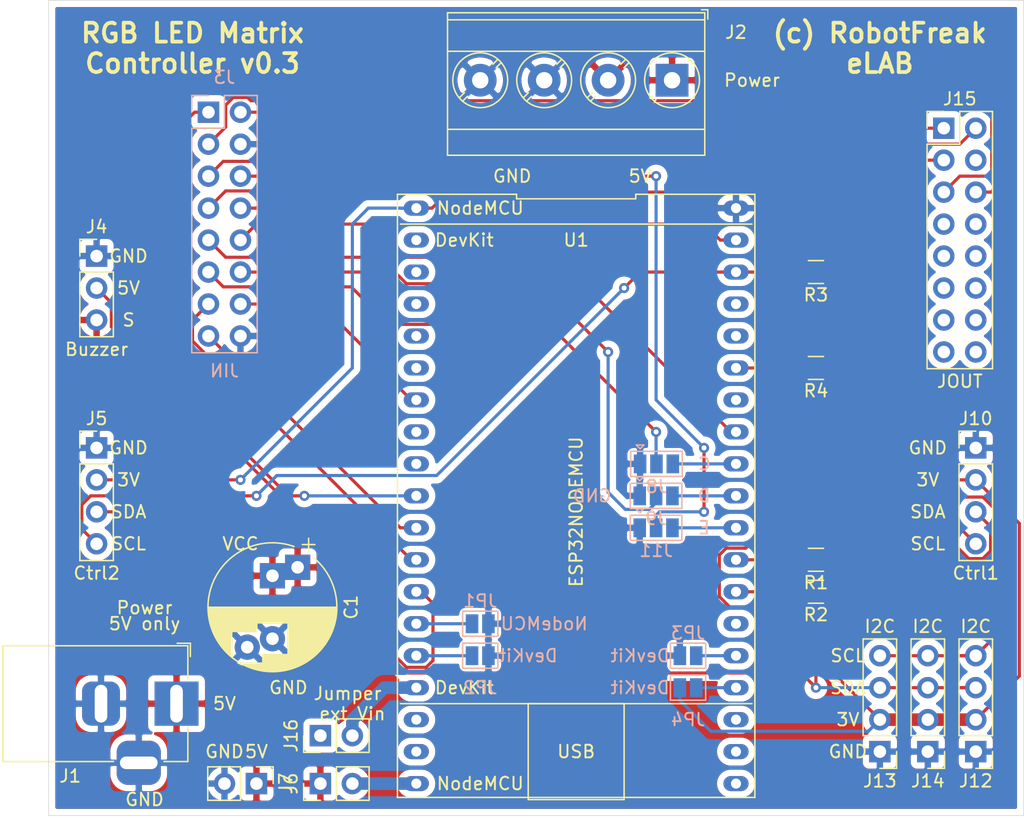
<source format=kicad_pcb>
(kicad_pcb (version 20171130) (host pcbnew 5.1.4-e60b266~84~ubuntu16.04.1)
  (layers (0 F.Cu signal) (31 B.Cu signal) (34 B.Paste user) (35 F.Paste user) (36 B.SilkS user) (37 F.SilkS user) (38 B.Mask user) (39 F.Mask user) (44 Edge.Cuts user))
  (net 0 "")
  (net 1 +5VA)
  (net 2 GND)
  (net 3 "Net-(U1-Pad20)")
  (net 4 "Net-(U1-Pad18)")
  (net 5 "Net-(U1-Pad21)")
  (net 6 "Net-(U1-Pad17)")
  (net 7 "Net-(U1-Pad22)")
  (net 8 "Net-(U1-Pad6)")
  (net 9 "Net-(U1-Pad5)")
  (net 10 "Net-(U1-Pad34)")
  (net 11 "Net-(U1-Pad4)")
  (net 12 "Net-(U1-Pad35)")
  (net 13 "Net-(U1-Pad3)")
  (net 14 "Net-(U1-Pad2)")
  (net 15 /OE)
  (net 16 /LAT)
  (net 17 /CLK)
  (net 18 /D)
  (net 19 /C)
  (net 20 /B)
  (net 21 /A)
  (net 22 /B2)
  (net 23 /G2)
  (net 24 /R2)
  (net 25 /B1)
  (net 26 /G1)
  (net 27 /R1)
  (net 28 "Net-(J11-Pad3)")
  (net 29 /E)
  (net 30 +3V3)
  (net 31 "Net-(U1-Pad25)")
  (net 32 "Net-(J4-Pad2)")
  (net 33 /SCL)
  (net 34 /SDA)
  (net 35 "Net-(J9-Pad3)")
  (net 36 /SCL2)
  (net 37 /SDA2)
  (net 38 "Net-(J15-Pad16)")
  (net 39 "Net-(J15-Pad15)")
  (net 40 "Net-(J15-Pad14)")
  (net 41 "Net-(J15-Pad13)")
  (net 42 "Net-(J15-Pad12)")
  (net 43 "Net-(J15-Pad11)")
  (net 44 "Net-(J15-Pad10)")
  (net 45 "Net-(J15-Pad9)")
  (net 46 "Net-(J15-Pad8)")
  (net 47 "Net-(J15-Pad7)")
  (net 48 "Net-(J15-Pad4)")
  (net 49 "Net-(U1-Pad9)")
  (net 50 "Net-(U1-Pad8)")
  (net 51 "Net-(J6-Pad2)")
  (net 52 "Net-(U1-Pad32)")
  (net 53 /C')
  (net 54 "Net-(J16-Pad2)")
  (net 55 +5V)
  (net 56 "Net-(JP1-Pad2)")
  (net 57 "Net-(JP2-Pad2)")
  (net 58 "Net-(JP3-Pad1)")
  (net 59 "Net-(JP4-Pad1)")
  (module Jumper:SolderJumper-2_P1.3mm_Open_Pad1.0x1.5mm (layer B.Cu) (at 153.67 127 180)
    (fp_text reference JP4 (at 0 -2.54) (layer B.SilkS) (effects (justify mirror)))
    (fp_text value Jumper)
    (pad 1 smd rect (at -0.65 0 180) (size 1 1.5) (layers B.Cu B.Mask) (net 59 "Net-(JP4-Pad1)"))
    (pad 2 smd rect (at 0.65 0 180) (size 1 1.5) (layers B.Cu B.Mask) (net 30 +3V3))
  )
  (module Jumper:SolderJumper-2_P1.3mm_Open_Pad1.0x1.5mm (layer B.Cu) (at 153.67 124.46 180)
    (fp_text reference JP3 (at 0 1.8) (layer B.SilkS) (effects (justify mirror)))
    (fp_text value Jumper)
    (pad 1 smd rect (at -0.65 0 180) (size 1 1.5) (layers B.Cu B.Mask) (net 58 "Net-(JP3-Pad1)"))
    (pad 2 smd rect (at 0.65 0 180) (size 1 1.5) (layers B.Cu B.Mask) (net 2 GND))
  )
  (module Jumper:SolderJumper-2_P1.3mm_Open_Pad1.0x1.5mm (layer B.Cu) (at 137.16 124.46 180)
    (fp_text reference JP2 (at 0 -2.54) (layer B.SilkS) (effects (justify mirror)))
    (fp_text value Jumper)
    (pad 1 smd rect (at -0.65 0 180) (size 1 1.5) (layers B.Cu B.Mask) (net 2 GND))
    (pad 2 smd rect (at 0.65 0 180) (size 1 1.5) (layers B.Cu B.Mask) (net 57 "Net-(JP2-Pad2)"))
  )
  (module Jumper:SolderJumper-2_P1.3mm_Open_Pad1.0x1.5mm (layer B.Cu) (at 137.16 121.92 180)
    (fp_text reference JP1 (at 0 1.8) (layer B.SilkS) (effects (justify mirror)))
    (fp_text value Jumper)
    (pad 1 smd rect (at -0.65 0 180) (size 1 1.5) (layers B.Cu B.Mask) (net 2 GND))
    (pad 2 smd rect (at 0.65 0 180) (size 1 1.5) (layers B.Cu B.Mask) (net 56 "Net-(JP1-Pad2)"))
  )
  (module Connector_PinHeader_2.54mm:PinHeader_1x02_P2.54mm_Vertical (layer F.Cu) (at 124.46 130.81 90)
    (fp_text reference J16 (at 0 -2.33 90) (layer F.SilkS))
    (fp_text value "VIN ext")
    (pad 2 thru_hole oval (at 0 2.54 90) (size 1.7 1.7) (drill 1) (layers *.Cu *.Mask) (net 54 "Net-(J16-Pad2)"))
    (pad 1 thru_hole rect (at 0 0 90) (size 1.7 1.7) (drill 1) (layers *.Cu *.Mask) (net 55 +5V))
  )
  (module Jumper:SolderJumper-3_P1.3mm_Open_Pad1.0x1.5mm (layer B.Cu) (at 151.13 114.3)
    (fp_text reference J11 (at 0 1.8) (layer B.SilkS) (effects (justify mirror)))
    (fp_text value E (at 3.81 0) (layer B.SilkS) (effects (justify mirror)))
    (pad 1 smd rect (at -1.3 0) (size 1 1.5) (layers B.Cu B.Mask) (net 2 GND))
    (pad 2 smd rect (at 0 0) (size 1 1.5) (layers B.Cu B.Mask) (net 29 /E))
    (pad 3 smd rect (at 1.3 0) (size 1 1.5) (layers B.Cu B.Mask) (net 28 "Net-(J11-Pad3)"))
  )
  (module Jumper:SolderJumper-3_P1.3mm_Open_Pad1.0x1.5mm (layer B.Cu) (at 151.13 111.76)
    (fp_text reference J9 (at 0 1.8) (layer B.SilkS) (effects (justify mirror)))
    (fp_text value D (at 3.81 0) (layer B.SilkS) (effects (justify mirror)))
    (pad 1 smd rect (at -1.3 0) (size 1 1.5) (layers B.Cu B.Mask) (net 2 GND))
    (pad 2 smd rect (at 0 0) (size 1 1.5) (layers B.Cu B.Mask) (net 18 /D))
    (pad 3 smd rect (at 1.3 0) (size 1 1.5) (layers B.Cu B.Mask) (net 35 "Net-(J9-Pad3)"))
  )
  (module Jumper:SolderJumper-3_P1.3mm_Open_Pad1.0x1.5mm (layer B.Cu) (at 151.16 109.22)
    (fp_text reference J8 (at 0 1.8) (layer B.SilkS) (effects (justify mirror)))
    (fp_text value C (at 3.81 0) (layer B.SilkS) (effects (justify mirror)))
    (pad 1 smd rect (at -1.3 0) (size 1 1.5) (layers B.Cu B.Mask) (net 2 GND))
    (pad 2 smd rect (at 0 0) (size 1 1.5) (layers B.Cu B.Mask) (net 19 /C))
    (pad 3 smd rect (at 1.3 0) (size 1 1.5) (layers B.Cu B.Mask) (net 53 /C'))
  )
  (module Resistor_SMD:R_1206_3216Metric (layer F.Cu) (at 163.83 101.6 180)
    (fp_text reference R4 (at 0 -1.82) (layer F.SilkS))
    (fp_text value 4k7)
    (pad 2 smd roundrect (at 1.4 0 180) (size 1.25 1.75) (layers F.Cu F.Paste F.Mask) (roundrect_rratio 0.2) (net 34 /SDA))
    (pad 1 smd roundrect (at -1.4 0 180) (size 1.25 1.75) (layers F.Cu F.Paste F.Mask) (roundrect_rratio 0.2) (net 30 +3V3))
  )
  (module esp32-ledmatrix-shield:ESP32-DIP-38_1000_ELL (layer F.Cu) (at 144.78 111.76 270)
    (fp_text reference U1 (at -20.32 0) (layer F.SilkS))
    (fp_text value ESP32NODEMCU (at 1.27 0 90) (layer F.SilkS))
    (pad 19 thru_hole oval (at 22.86 12.7 270) (size 1.2 2) (drill 0.8) (layers *.Cu *.Mask) (net 51 "Net-(J6-Pad2)"))
    (pad 20 thru_hole oval (at 22.86 -12.7 270) (size 1.2 2) (drill 0.8) (layers *.Cu *.Mask) (net 3 "Net-(U1-Pad20)"))
    (pad 18 thru_hole oval (at 20.32 12.7 270) (size 1.2 2) (drill 0.8) (layers *.Cu *.Mask) (net 4 "Net-(U1-Pad18)"))
    (pad 21 thru_hole oval (at 20.32 -12.7 270) (size 1.2 2) (drill 0.8) (layers *.Cu *.Mask) (net 5 "Net-(U1-Pad21)"))
    (pad 17 thru_hole oval (at 17.78 12.7 270) (size 1.2 2) (drill 0.8) (layers *.Cu *.Mask) (net 6 "Net-(U1-Pad17)"))
    (pad 22 thru_hole oval (at 17.78 -12.7 270) (size 1.2 2) (drill 0.8) (layers *.Cu *.Mask) (net 7 "Net-(U1-Pad22)"))
    (pad 16 thru_hole oval (at 15.24 12.7 270) (size 1.2 2) (drill 0.8) (layers *.Cu *.Mask) (net 54 "Net-(J16-Pad2)"))
    (pad 23 thru_hole oval (at 15.24 -12.7 270) (size 1.2 2) (drill 0.8) (layers *.Cu *.Mask) (net 59 "Net-(JP4-Pad1)"))
    (pad 15 thru_hole oval (at 12.7 12.7 270) (size 1.2 2) (drill 0.8) (layers *.Cu *.Mask) (net 57 "Net-(JP2-Pad2)"))
    (pad 24 thru_hole oval (at 12.7 -12.7 270) (size 1.2 2) (drill 0.8) (layers *.Cu *.Mask) (net 58 "Net-(JP3-Pad1)"))
    (pad 14 thru_hole oval (at 10.16 12.7 270) (size 1.2 2) (drill 0.8) (layers *.Cu *.Mask) (net 56 "Net-(JP1-Pad2)"))
    (pad 25 thru_hole oval (at 10.16 -12.7 270) (size 1.2 2) (drill 0.8) (layers *.Cu *.Mask) (net 31 "Net-(U1-Pad25)"))
    (pad 13 thru_hole oval (at 7.62 12.7 270) (size 1.2 2) (drill 0.8) (layers *.Cu *.Mask) (net 32 "Net-(J4-Pad2)"))
    (pad 26 thru_hole oval (at 7.62 -12.7 270) (size 1.2 2) (drill 0.8) (layers *.Cu *.Mask) (net 37 /SDA2))
    (pad 12 thru_hole oval (at 5.08 12.7 270) (size 1.2 2) (drill 0.8) (layers *.Cu *.Mask) (net 17 /CLK))
    (pad 27 thru_hole oval (at 5.08 -12.7 270) (size 1.2 2) (drill 0.8) (layers *.Cu *.Mask) (net 36 /SCL2))
    (pad 11 thru_hole oval (at 2.54 12.7 270) (size 1.2 2) (drill 0.8) (layers *.Cu *.Mask) (net 15 /OE))
    (pad 28 thru_hole oval (at 2.54 -12.7 270) (size 1.2 2) (drill 0.8) (layers *.Cu *.Mask) (net 28 "Net-(J11-Pad3)"))
    (pad 10 thru_hole oval (at 0 12.7 270) (size 1.2 2) (drill 0.8) (layers *.Cu *.Mask) (net 27 /R1))
    (pad 29 thru_hole oval (at 0 -12.7 270) (size 1.2 2) (drill 0.8) (layers *.Cu *.Mask) (net 35 "Net-(J9-Pad3)"))
    (pad 9 thru_hole oval (at -2.54 12.7 270) (size 1.2 2) (drill 0.8) (layers *.Cu *.Mask) (net 49 "Net-(U1-Pad9)"))
    (pad 30 thru_hole oval (at -2.54 -12.7 270) (size 1.2 2) (drill 0.8) (layers *.Cu *.Mask) (net 53 /C'))
    (pad 8 thru_hole oval (at -5.08 12.7 270) (size 1.2 2) (drill 0.8) (layers *.Cu *.Mask) (net 50 "Net-(U1-Pad8)"))
    (pad 31 thru_hole oval (at -5.08 -12.7 270) (size 1.2 2) (drill 0.8) (layers *.Cu *.Mask) (net 21 /A))
    (pad 7 thru_hole oval (at -7.62 12.7 270) (size 1.2 2) (drill 0.8) (layers *.Cu *.Mask) (net 16 /LAT))
    (pad 32 thru_hole oval (at -7.62 -12.7 270) (size 1.2 2) (drill 0.8) (layers *.Cu *.Mask) (net 52 "Net-(U1-Pad32)"))
    (pad 6 thru_hole oval (at -10.16 12.7 270) (size 1.2 2) (drill 0.8) (layers *.Cu *.Mask) (net 8 "Net-(U1-Pad6)"))
    (pad 33 thru_hole oval (at -10.16 -12.7 270) (size 1.2 2) (drill 0.8) (layers *.Cu *.Mask) (net 34 /SDA))
    (pad 5 thru_hole oval (at -12.7 12.7 270) (size 1.2 2) (drill 0.8) (layers *.Cu *.Mask) (net 9 "Net-(U1-Pad5)"))
    (pad 34 thru_hole oval (at -12.7 -12.7 270) (size 1.2 2) (drill 0.8) (layers *.Cu *.Mask) (net 10 "Net-(U1-Pad34)"))
    (pad 4 thru_hole oval (at -15.24 12.7 270) (size 1.2 2) (drill 0.8) (layers *.Cu *.Mask) (net 11 "Net-(U1-Pad4)"))
    (pad 35 thru_hole oval (at -15.24 -12.7 270) (size 1.2 2) (drill 0.8) (layers *.Cu *.Mask) (net 12 "Net-(U1-Pad35)"))
    (pad 3 thru_hole oval (at -17.78 12.7 270) (size 1.2 2) (drill 0.8) (layers *.Cu *.Mask) (net 13 "Net-(U1-Pad3)"))
    (pad 36 thru_hole oval (at -17.78 -12.7 270) (size 1.2 2) (drill 0.8) (layers *.Cu *.Mask) (net 33 /SCL))
    (pad 2 thru_hole oval (at -20.32 12.7 270) (size 1.2 2) (drill 0.8) (layers *.Cu *.Mask) (net 14 "Net-(U1-Pad2)"))
    (pad 37 thru_hole oval (at -20.32 -12.7 270) (size 1.2 2) (drill 0.8) (layers *.Cu *.Mask) (net 20 /B))
    (pad 1 thru_hole oval (at -22.86 12.7 270) (size 1.2 2) (drill 0.8) (layers *.Cu *.Mask) (net 30 +3V3))
    (pad 38 thru_hole oval (at -22.86 -12.7 270) (size 1.2 2) (drill 0.8) (layers *.Cu *.Mask) (net 2 GND))
  )
  (module Connector_PinHeader_2.54mm:PinHeader_1x04_P2.54mm_Vertical (layer F.Cu) (at 172.72 132.08 180)
    (fp_text reference J14 (at 0 -2.33) (layer F.SilkS))
    (fp_text value I2C (at 0 9.95) (layer F.SilkS))
    (pad 4 thru_hole oval (at 0 7.62 180) (size 1.7 1.7) (drill 1) (layers *.Cu *.Mask) (net 33 /SCL))
    (pad 3 thru_hole oval (at 0 5.08 180) (size 1.7 1.7) (drill 1) (layers *.Cu *.Mask) (net 34 /SDA))
    (pad 2 thru_hole oval (at 0 2.54 180) (size 1.7 1.7) (drill 1) (layers *.Cu *.Mask) (net 30 +3V3))
    (pad 1 thru_hole rect (at 0 0 180) (size 1.7 1.7) (drill 1) (layers *.Cu *.Mask) (net 2 GND))
  )
  (module Connector_BarrelJack:BarrelJack_Horizontal (layer F.Cu) (at 113.03 128.27)
    (fp_text reference J1 (at -8.45 5.75) (layer F.SilkS))
    (fp_text value Power (at -2.54 -7.62) (layer F.SilkS))
    (pad 3 thru_hole roundrect (at -3 4.7) (size 3.5 3.5) (drill oval 3 1) (layers *.Cu *.Mask) (net 2 GND))
    (pad 2 thru_hole roundrect (at -6 0) (size 3 3.5) (drill oval 1 3) (layers *.Cu *.Mask) (net 2 GND))
    (pad 1 thru_hole rect (at 0 0) (size 3.5 3.5) (drill oval 1 3) (layers *.Cu *.Mask) (net 1 +5VA))
  )
  (module Connector_PinHeader_2.54mm:PinHeader_1x04_P2.54mm_Vertical (layer F.Cu) (at 168.91 132.08 180)
    (fp_text reference J13 (at 0 -2.33) (layer F.SilkS))
    (fp_text value I2C (at 0 9.95) (layer F.SilkS))
    (pad 4 thru_hole oval (at 0 7.62 180) (size 1.7 1.7) (drill 1) (layers *.Cu *.Mask) (net 33 /SCL))
    (pad 3 thru_hole oval (at 0 5.08 180) (size 1.7 1.7) (drill 1) (layers *.Cu *.Mask) (net 34 /SDA))
    (pad 2 thru_hole oval (at 0 2.54 180) (size 1.7 1.7) (drill 1) (layers *.Cu *.Mask) (net 30 +3V3))
    (pad 1 thru_hole rect (at 0 0 180) (size 1.7 1.7) (drill 1) (layers *.Cu *.Mask) (net 2 GND))
  )
  (module Resistor_SMD:R_1206_3216Metric (layer F.Cu) (at 163.83 93.98 180)
    (fp_text reference R3 (at 0 -1.82) (layer F.SilkS))
    (fp_text value 4k7)
    (pad 2 smd roundrect (at 1.4 0 180) (size 1.25 1.75) (layers F.Cu F.Paste F.Mask) (roundrect_rratio 0.2) (net 33 /SCL))
    (pad 1 smd roundrect (at -1.4 0 180) (size 1.25 1.75) (layers F.Cu F.Paste F.Mask) (roundrect_rratio 0.2) (net 30 +3V3))
  )
  (module Resistor_SMD:R_1206_3216Metric (layer F.Cu) (at 163.83 116.84 180)
    (fp_text reference R1 (at 0 -1.82) (layer F.SilkS))
    (fp_text value 4k7)
    (pad 2 smd roundrect (at 1.4 0 180) (size 1.25 1.75) (layers F.Cu F.Paste F.Mask) (roundrect_rratio 0.2) (net 36 /SCL2))
    (pad 1 smd roundrect (at -1.4 0 180) (size 1.25 1.75) (layers F.Cu F.Paste F.Mask) (roundrect_rratio 0.2) (net 30 +3V3))
  )
  (module Resistor_SMD:R_1206_3216Metric (layer F.Cu) (at 163.83 119.38 180)
    (fp_text reference R2 (at 0 -1.82) (layer F.SilkS))
    (fp_text value 4k7)
    (pad 2 smd roundrect (at 1.4 0 180) (size 1.25 1.75) (layers F.Cu F.Paste F.Mask) (roundrect_rratio 0.2) (net 37 /SDA2))
    (pad 1 smd roundrect (at -1.4 0 180) (size 1.25 1.75) (layers F.Cu F.Paste F.Mask) (roundrect_rratio 0.2) (net 30 +3V3))
  )
  (module Capacitor_THT:CP_Radial_D10.0mm_P5.00mm_P7.50mm (layer F.Cu) (at 120.65 118.11 270)
    (fp_text reference C1 (at 2.5 -6.25 90) (layer F.SilkS))
    (fp_text value CP)
    (pad 2 thru_hole circle (at 5.672144 2 270) (size 2 2) (drill 1) (layers *.Cu *.Mask) (net 2 GND))
    (pad 1 thru_hole rect (at -0.672144 -2 270) (size 2 2) (drill 1) (layers *.Cu *.Mask) (net 1 +5VA))
    (pad 2 thru_hole circle (at 5 0 270) (size 2 2) (drill 1) (layers *.Cu *.Mask) (net 2 GND))
    (pad 1 thru_hole rect (at 0 0 270) (size 2 2) (drill 1) (layers *.Cu *.Mask) (net 1 +5VA))
  )
  (module Connector_PinHeader_2.54mm:PinHeader_2x08_P2.54mm_Vertical (layer F.Cu) (at 173.99 82.55)
    (fp_text reference J15 (at 1.27 -2.33) (layer F.SilkS))
    (fp_text value JOUT (at 1.27 20.11) (layer F.SilkS))
    (pad 16 thru_hole oval (at 2.54 17.78) (size 1.7 1.7) (drill 1) (layers *.Cu *.Mask) (net 38 "Net-(J15-Pad16)"))
    (pad 15 thru_hole oval (at 0 17.78) (size 1.7 1.7) (drill 1) (layers *.Cu *.Mask) (net 39 "Net-(J15-Pad15)"))
    (pad 14 thru_hole oval (at 2.54 15.24) (size 1.7 1.7) (drill 1) (layers *.Cu *.Mask) (net 40 "Net-(J15-Pad14)"))
    (pad 13 thru_hole oval (at 0 15.24) (size 1.7 1.7) (drill 1) (layers *.Cu *.Mask) (net 41 "Net-(J15-Pad13)"))
    (pad 12 thru_hole oval (at 2.54 12.7) (size 1.7 1.7) (drill 1) (layers *.Cu *.Mask) (net 42 "Net-(J15-Pad12)"))
    (pad 11 thru_hole oval (at 0 12.7) (size 1.7 1.7) (drill 1) (layers *.Cu *.Mask) (net 43 "Net-(J15-Pad11)"))
    (pad 10 thru_hole oval (at 2.54 10.16) (size 1.7 1.7) (drill 1) (layers *.Cu *.Mask) (net 44 "Net-(J15-Pad10)"))
    (pad 9 thru_hole oval (at 0 10.16) (size 1.7 1.7) (drill 1) (layers *.Cu *.Mask) (net 45 "Net-(J15-Pad9)"))
    (pad 8 thru_hole oval (at 2.54 7.62) (size 1.7 1.7) (drill 1) (layers *.Cu *.Mask) (net 46 "Net-(J15-Pad8)"))
    (pad 7 thru_hole oval (at 0 7.62) (size 1.7 1.7) (drill 1) (layers *.Cu *.Mask) (net 47 "Net-(J15-Pad7)"))
    (pad 6 thru_hole oval (at 2.54 5.08) (size 1.7 1.7) (drill 1) (layers *.Cu *.Mask) (net 25 /B1))
    (pad 5 thru_hole oval (at 0 5.08) (size 1.7 1.7) (drill 1) (layers *.Cu *.Mask) (net 26 /G1))
    (pad 4 thru_hole oval (at 2.54 2.54) (size 1.7 1.7) (drill 1) (layers *.Cu *.Mask) (net 48 "Net-(J15-Pad4)"))
    (pad 3 thru_hole oval (at 0 2.54) (size 1.7 1.7) (drill 1) (layers *.Cu *.Mask) (net 22 /B2))
    (pad 2 thru_hole oval (at 2.54 0) (size 1.7 1.7) (drill 1) (layers *.Cu *.Mask) (net 23 /G2))
    (pad 1 thru_hole rect (at 0 0) (size 1.7 1.7) (drill 1) (layers *.Cu *.Mask) (net 24 /R2))
  )
  (module Connector_PinHeader_2.54mm:PinHeader_1x04_P2.54mm_Vertical (layer F.Cu) (at 176.53 132.08 180)
    (fp_text reference J12 (at 0 -2.33) (layer F.SilkS))
    (fp_text value I2C (at 0 9.95) (layer F.SilkS))
    (pad 4 thru_hole oval (at 0 7.62 180) (size 1.7 1.7) (drill 1) (layers *.Cu *.Mask) (net 33 /SCL))
    (pad 3 thru_hole oval (at 0 5.08 180) (size 1.7 1.7) (drill 1) (layers *.Cu *.Mask) (net 34 /SDA))
    (pad 2 thru_hole oval (at 0 2.54 180) (size 1.7 1.7) (drill 1) (layers *.Cu *.Mask) (net 30 +3V3))
    (pad 1 thru_hole rect (at 0 0 180) (size 1.7 1.7) (drill 1) (layers *.Cu *.Mask) (net 2 GND))
  )
  (module Connector_PinHeader_2.54mm:PinHeader_1x02_P2.54mm_Vertical (layer F.Cu) (at 119.38 134.62 270)
    (fp_text reference J7 (at 0 -2.33 90) (layer F.SilkS))
    (fp_text value Power)
    (pad 2 thru_hole oval (at 0 2.54 270) (size 1.7 1.7) (drill 1) (layers *.Cu *.Mask) (net 2 GND))
    (pad 1 thru_hole rect (at 0 0 270) (size 1.7 1.7) (drill 1) (layers *.Cu *.Mask) (net 1 +5VA))
  )
  (module Connector_PinHeader_2.54mm:PinHeader_1x04_P2.54mm_Vertical (layer F.Cu) (at 176.53 107.95)
    (fp_text reference J10 (at 0 -2.33) (layer F.SilkS))
    (fp_text value Ctrl1 (at 0 9.95) (layer F.SilkS))
    (pad 4 thru_hole oval (at 0 7.62) (size 1.7 1.7) (drill 1) (layers *.Cu *.Mask) (net 36 /SCL2))
    (pad 3 thru_hole oval (at 0 5.08) (size 1.7 1.7) (drill 1) (layers *.Cu *.Mask) (net 37 /SDA2))
    (pad 2 thru_hole oval (at 0 2.54) (size 1.7 1.7) (drill 1) (layers *.Cu *.Mask) (net 30 +3V3))
    (pad 1 thru_hole rect (at 0 0) (size 1.7 1.7) (drill 1) (layers *.Cu *.Mask) (net 2 GND))
  )
  (module Connector_PinHeader_2.54mm:PinHeader_1x04_P2.54mm_Vertical (layer F.Cu) (at 106.68 107.95)
    (fp_text reference J5 (at 0 -2.33) (layer F.SilkS))
    (fp_text value Ctrl2 (at 0 9.95) (layer F.SilkS))
    (pad 4 thru_hole oval (at 0 7.62) (size 1.7 1.7) (drill 1) (layers *.Cu *.Mask) (net 33 /SCL))
    (pad 3 thru_hole oval (at 0 5.08) (size 1.7 1.7) (drill 1) (layers *.Cu *.Mask) (net 34 /SDA))
    (pad 2 thru_hole oval (at 0 2.54) (size 1.7 1.7) (drill 1) (layers *.Cu *.Mask) (net 30 +3V3))
    (pad 1 thru_hole rect (at 0 0) (size 1.7 1.7) (drill 1) (layers *.Cu *.Mask) (net 2 GND))
  )
  (module Connector_PinSocket_2.54mm:PinSocket_2x08_P2.54mm_Vertical (layer B.Cu) (at 115.57 81.28 180)
    (fp_text reference J3 (at -1.27 2.77) (layer B.SilkS) (effects (justify mirror)))
    (fp_text value JIN (at -1.27 -20.55) (layer B.SilkS) (effects (justify mirror)))
    (pad 16 thru_hole oval (at -2.54 -17.78 180) (size 1.7 1.7) (drill 1) (layers *.Cu *.Mask) (net 2 GND))
    (pad 15 thru_hole oval (at 0 -17.78 180) (size 1.7 1.7) (drill 1) (layers *.Cu *.Mask) (net 15 /OE))
    (pad 14 thru_hole oval (at -2.54 -15.24 180) (size 1.7 1.7) (drill 1) (layers *.Cu *.Mask) (net 16 /LAT))
    (pad 13 thru_hole oval (at 0 -15.24 180) (size 1.7 1.7) (drill 1) (layers *.Cu *.Mask) (net 17 /CLK))
    (pad 12 thru_hole oval (at -2.54 -12.7 180) (size 1.7 1.7) (drill 1) (layers *.Cu *.Mask) (net 18 /D))
    (pad 11 thru_hole oval (at 0 -12.7 180) (size 1.7 1.7) (drill 1) (layers *.Cu *.Mask) (net 19 /C))
    (pad 10 thru_hole oval (at -2.54 -10.16 180) (size 1.7 1.7) (drill 1) (layers *.Cu *.Mask) (net 20 /B))
    (pad 9 thru_hole oval (at 0 -10.16 180) (size 1.7 1.7) (drill 1) (layers *.Cu *.Mask) (net 21 /A))
    (pad 8 thru_hole oval (at -2.54 -7.62 180) (size 1.7 1.7) (drill 1) (layers *.Cu *.Mask) (net 29 /E))
    (pad 7 thru_hole oval (at 0 -7.62 180) (size 1.7 1.7) (drill 1) (layers *.Cu *.Mask) (net 22 /B2))
    (pad 6 thru_hole oval (at -2.54 -5.08 180) (size 1.7 1.7) (drill 1) (layers *.Cu *.Mask) (net 23 /G2))
    (pad 5 thru_hole oval (at 0 -5.08 180) (size 1.7 1.7) (drill 1) (layers *.Cu *.Mask) (net 24 /R2))
    (pad 4 thru_hole oval (at -2.54 -2.54 180) (size 1.7 1.7) (drill 1) (layers *.Cu *.Mask) (net 2 GND))
    (pad 3 thru_hole oval (at 0 -2.54 180) (size 1.7 1.7) (drill 1) (layers *.Cu *.Mask) (net 25 /B1))
    (pad 2 thru_hole oval (at -2.54 0 180) (size 1.7 1.7) (drill 1) (layers *.Cu *.Mask) (net 26 /G1))
    (pad 1 thru_hole rect (at 0 0 180) (size 1.7 1.7) (drill 1) (layers *.Cu *.Mask) (net 27 /R1))
  )
  (module Connector_PinHeader_2.54mm:PinHeader_1x02_P2.54mm_Vertical (layer F.Cu) (at 124.46 134.62 90)
    (fp_text reference J6 (at 0 -2.33 90) (layer F.SilkS))
    (fp_text value "VIN ext")
    (pad 2 thru_hole oval (at 0 2.54 90) (size 1.7 1.7) (drill 1) (layers *.Cu *.Mask) (net 51 "Net-(J6-Pad2)"))
    (pad 1 thru_hole rect (at 0 0 90) (size 1.7 1.7) (drill 1) (layers *.Cu *.Mask) (net 1 +5VA))
  )
  (module Connector_PinHeader_2.54mm:PinHeader_1x03_P2.54mm_Vertical (layer F.Cu) (at 106.68 92.71)
    (fp_text reference J4 (at 0 -2.33) (layer F.SilkS))
    (fp_text value Buzzer (at 0 7.41) (layer F.SilkS))
    (pad 3 thru_hole oval (at 0 5.08) (size 1.7 1.7) (drill 1) (layers *.Cu *.Mask) (net 1 +5VA))
    (pad 2 thru_hole oval (at 0 2.54) (size 1.7 1.7) (drill 1) (layers *.Cu *.Mask) (net 32 "Net-(J4-Pad2)"))
    (pad 1 thru_hole rect (at 0 0) (size 1.7 1.7) (drill 1) (layers *.Cu *.Mask) (net 2 GND))
  )
  (module TerminalBlock_Phoenix:TerminalBlock_Phoenix_MKDS-3-4-5.08_1x04_P5.08mm_Horizontal (layer F.Cu) (at 152.4 78.74 180)
    (fp_text reference J2 (at -5.08 3.81) (layer F.SilkS))
    (fp_text value Power (at -6.35 0) (layer F.SilkS))
    (pad 4 thru_hole circle (at 15.24 0 180) (size 2.6 2.6) (drill 1.3) (layers *.Cu *.Mask) (net 2 GND))
    (pad 3 thru_hole circle (at 10.16 0 180) (size 2.6 2.6) (drill 1.3) (layers *.Cu *.Mask) (net 2 GND))
    (pad 2 thru_hole circle (at 5.08 0 180) (size 2.6 2.6) (drill 1.3) (layers *.Cu *.Mask) (net 1 +5VA))
    (pad 1 thru_hole rect (at 0 0 180) (size 2.6 2.6) (drill 1.3) (layers *.Cu *.Mask) (net 1 +5VA))
  )
  (gr_text NodeMCU (at 137.16 88.9) (layer F.SilkS) (effects (font (size 1 1))))
  (gr_text DevKit (at 135.89 91.44) (layer F.SilkS) (effects (font (size 1 1))))
  (gr_text NodeMCU (at 137.16 134.62) (layer F.SilkS) (effects (font (size 1 1))))
  (gr_text DevKit (at 135.89 127) (layer F.SilkS) (effects (font (size 1 1))))
  (gr_text DevKit (at 149.86 127) (layer B.SilkS) (effects (font (size 1 1)) (justify mirror)))
  (gr_text DevKit (at 149.86 124.46) (layer B.SilkS) (effects (font (size 1 1)) (justify mirror)))
  (gr_text DevKit (at 140.97 124.46) (layer B.SilkS) (effects (font (size 1 1)) (justify mirror)))
  (gr_text NodeMCU (at 142.24 121.92) (layer B.SilkS) (effects (font (size 1 1)) (justify mirror)))
  (gr_line (start 130.81 128.27) (end 158.75 128.27) (layer F.SilkS) (width 0.12))
  (gr_line (start 130.81 90.17) (end 158.75 90.17) (layer F.SilkS) (width 0.12))
  (gr_text "Jumper \next Vin" (at 127 128.27) (layer F.SilkS) (effects (font (size 1 1))))
  (gr_text 5V (at 119.38 132.08) (layer F.SilkS) (effects (font (size 1 1))))
  (gr_text GND (at 116.84 132.08) (layer F.SilkS) (effects (font (size 1 1))))
  (gr_text GND (at 146.05 111.76) (layer B.SilkS) (effects (font (size 1 1)) (justify mirror)))
  (gr_text VCC (at 118.11 115.57) (layer F.SilkS) (effects (font (size 1 1))))
  (gr_text GND (at 121.92 127) (layer F.SilkS) (effects (font (size 1 1))))
  (gr_text S (at 109.22 97.79) (layer F.SilkS) (effects (font (size 1 1))))
  (gr_text 5V (at 109.22 95.25) (layer F.SilkS) (effects (font (size 1 1))))
  (gr_text GND (at 109.22 92.71) (layer F.SilkS) (effects (font (size 1 1))))
  (gr_text SCL (at 109.22 115.57) (layer F.SilkS) (effects (font (size 1 1))))
  (gr_text SDA (at 109.22 113.03) (layer F.SilkS) (effects (font (size 1 1))))
  (gr_text 3V (at 109.22 110.49) (layer F.SilkS) (effects (font (size 1 1))))
  (gr_text GND (at 109.22 107.95) (layer F.SilkS) (effects (font (size 1 1))))
  (gr_text SCL (at 172.72 115.57) (layer F.SilkS) (effects (font (size 1 1))))
  (gr_text SDA (at 172.72 113.03) (layer F.SilkS) (effects (font (size 1 1))))
  (gr_text 3V (at 172.72 110.49) (layer F.SilkS) (effects (font (size 1 1))))
  (gr_text GND (at 172.72 107.95) (layer F.SilkS) (effects (font (size 1 1))))
  (gr_text SCL (at 166.37 124.46) (layer F.SilkS) (effects (font (size 1 1))))
  (gr_text SDA (at 166.37 127) (layer F.SilkS) (effects (font (size 1 1))))
  (gr_text 3V (at 166.37 129.54) (layer F.SilkS) (effects (font (size 1 1))))
  (gr_text GND (at 166.37 132.08) (layer F.SilkS) (effects (font (size 1 1))))
  (gr_text 5V (at 149.86 86.36) (layer F.SilkS) (effects (font (size 1 1))))
  (gr_text GND (at 139.7 86.36) (layer F.SilkS) (effects (font (size 1 1))))
  (gr_line (start 180.34 72.39) (end 102.87 72.39) (layer Edge.Cuts) (width 0.05))
  (gr_line (start 180.34 137.16) (end 180.34 72.39) (layer Edge.Cuts) (width 0.05))
  (gr_line (start 102.87 137.16) (end 180.34 137.16) (layer Edge.Cuts) (width 0.05))
  (gr_line (start 102.87 72.39) (end 102.87 137.16) (layer Edge.Cuts) (width 0.05))
  (gr_text USB (at 144.78 132.08) (layer F.SilkS) (effects (font (size 1 1))))
  (gr_line (start 148.59 128.27) (end 140.97 128.27) (layer F.SilkS) (width 0.12))
  (gr_line (start 148.59 135.89) (end 148.59 128.27) (layer F.SilkS) (width 0.12))
  (gr_line (start 140.97 135.89) (end 148.59 135.89) (layer F.SilkS) (width 0.12))
  (gr_line (start 140.97 129.54) (end 140.97 135.89) (layer F.SilkS) (width 0.12))
  (gr_line (start 140.97 128.27) (end 140.97 129.54) (layer F.SilkS) (width 0.12))
  (gr_text "(c) RobotFreak\neLAB" (at 168.91 76.2) (layer F.SilkS) (effects (font (size 1.5 1.5) (thickness 0.3))))
  (gr_text "RGB LED Matrix\nController v0.3" (at 114.3 76.2) (layer F.SilkS) (effects (font (size 1.5 1.5) (thickness 0.3))))
  (gr_text GND (at 110.49 135.89) (layer F.SilkS) (effects (font (size 1 1))))
  (gr_text 5V (at 116.84 128.27) (layer F.SilkS) (effects (font (size 1 1))))
  (gr_text "5V only" (at 110.49 121.92) (layer F.SilkS) (effects (font (size 1 1))))
  (segment (start 149.83 110.24) (end 149.83 110.49) (width 0.25) (layer B.Cu) (net 2))
  (segment (start 118.11 84.45641) (end 118.11 83.82) (width 0.25) (layer B.Cu) (net 2))
  (segment (start 115.57 99.06) (end 129.88499 113.37499) (width 0.25) (layer F.Cu) (net 15))
  (segment (start 132.08 114.3) (end 130.81 114.3) (width 0.25) (layer F.Cu) (net 15))
  (segment (start 130.81 114.3) (end 129.88499 113.37499) (width 0.25) (layer F.Cu) (net 15))
  (segment (start 131.68 104.14) (end 132.08 104.14) (width 0.25) (layer F.Cu) (net 16))
  (segment (start 130.83 103.29) (end 131.68 104.14) (width 0.25) (layer F.Cu) (net 16))
  (segment (start 130.83 102.89) (end 130.83 103.29) (width 0.25) (layer F.Cu) (net 16))
  (segment (start 124.46 96.52) (end 130.83 102.89) (width 0.25) (layer F.Cu) (net 16))
  (segment (start 118.11 96.52) (end 124.46 96.52) (width 0.25) (layer F.Cu) (net 16))
  (segment (start 131.68 116.84) (end 132.08 116.84) (width 0.25) (layer F.Cu) (net 17))
  (segment (start 114.3 99.46) (end 131.68 116.84) (width 0.25) (layer F.Cu) (net 17))
  (segment (start 114.3 97.79) (end 114.3 99.46) (width 0.25) (layer F.Cu) (net 17))
  (segment (start 115.57 96.52) (end 114.3 97.79) (width 0.25) (layer F.Cu) (net 17))
  (via (at 147.32 100.33) (size 0.8) (drill 0.4) (layers F.Cu B.Cu) (net 18))
  (segment (start 118.11 93.98) (end 130.371839 93.98) (width 0.25) (layer F.Cu) (net 18))
  (segment (start 130.371839 93.98) (end 131.296849 94.90501) (width 0.25) (layer F.Cu) (net 18))
  (segment (start 131.296849 94.90501) (end 141.89501 94.90501) (width 0.25) (layer F.Cu) (net 18))
  (segment (start 141.89501 94.90501) (end 147.32 100.33) (width 0.25) (layer F.Cu) (net 18))
  (segment (start 151.13 112.295002) (end 151.13 111.76) (width 0.25) (layer B.Cu) (net 18))
  (segment (start 150.590001 112.835001) (end 151.13 112.295002) (width 0.25) (layer B.Cu) (net 18))
  (segment (start 148.680001 112.835001) (end 150.590001 112.835001) (width 0.25) (layer B.Cu) (net 18))
  (segment (start 147.32 111.475) (end 148.680001 112.835001) (width 0.25) (layer B.Cu) (net 18))
  (segment (start 147.32 100.33) (end 147.32 111.475) (width 0.25) (layer B.Cu) (net 18))
  (via (at 151.13 106.68) (size 0.8) (drill 0.4) (layers F.Cu B.Cu) (net 19))
  (segment (start 115.57 93.98) (end 116.745001 95.155001) (width 0.25) (layer F.Cu) (net 19))
  (segment (start 151.13 109.19) (end 151.16 109.22) (width 0.25) (layer B.Cu) (net 19))
  (segment (start 151.13 106.68) (end 151.13 109.19) (width 0.25) (layer B.Cu) (net 19))
  (segment (start 150.730001 106.280001) (end 151.13 106.68) (width 0.25) (layer F.Cu) (net 19))
  (segment (start 129.88499 98.13499) (end 142.58499 98.13499) (width 0.25) (layer F.Cu) (net 19))
  (segment (start 142.58499 98.13499) (end 150.730001 106.280001) (width 0.25) (layer F.Cu) (net 19))
  (segment (start 126.905001 95.155001) (end 129.88499 98.13499) (width 0.25) (layer F.Cu) (net 19))
  (segment (start 116.745001 95.155001) (end 126.905001 95.155001) (width 0.25) (layer F.Cu) (net 19))
  (segment (start 156.23 91.44) (end 157.48 91.44) (width 0.25) (layer F.Cu) (net 20))
  (segment (start 154.96 90.17) (end 156.23 91.44) (width 0.25) (layer F.Cu) (net 20))
  (segment (start 119.38 90.17) (end 154.96 90.17) (width 0.25) (layer F.Cu) (net 20))
  (segment (start 118.11 91.44) (end 119.38 90.17) (width 0.25) (layer F.Cu) (net 20))
  (segment (start 157.08 106.68) (end 157.48 106.68) (width 0.25) (layer F.Cu) (net 21))
  (segment (start 116.934999 92.804999) (end 143.204999 92.804999) (width 0.25) (layer F.Cu) (net 21))
  (segment (start 143.204999 92.804999) (end 157.08 106.68) (width 0.25) (layer F.Cu) (net 21))
  (segment (start 115.57 91.44) (end 116.934999 92.804999) (width 0.25) (layer F.Cu) (net 21))
  (segment (start 116.934999 87.535001) (end 119.474999 87.535001) (width 0.25) (layer F.Cu) (net 22))
  (segment (start 115.57 88.9) (end 116.934999 87.535001) (width 0.25) (layer F.Cu) (net 22))
  (segment (start 121.92 85.09) (end 173.99 85.09) (width 0.25) (layer F.Cu) (net 22))
  (segment (start 119.474999 87.535001) (end 121.92 85.09) (width 0.25) (layer F.Cu) (net 22))
  (segment (start 118.11 86.36) (end 119.38 86.36) (width 0.25) (layer F.Cu) (net 23))
  (segment (start 119.38 86.36) (end 121.92 83.82) (width 0.25) (layer F.Cu) (net 23))
  (segment (start 175.26 83.82) (end 176.53 82.55) (width 0.25) (layer F.Cu) (net 23))
  (segment (start 121.92 83.82) (end 175.26 83.82) (width 0.25) (layer F.Cu) (net 23))
  (segment (start 116.745001 85.184999) (end 119.285001 85.184999) (width 0.25) (layer F.Cu) (net 24))
  (segment (start 115.57 86.36) (end 116.745001 85.184999) (width 0.25) (layer F.Cu) (net 24))
  (segment (start 121.92 82.55) (end 173.99 82.55) (width 0.25) (layer F.Cu) (net 24))
  (segment (start 119.285001 85.184999) (end 121.92 82.55) (width 0.25) (layer F.Cu) (net 24))
  (segment (start 177.732081 87.63) (end 176.53 87.63) (width 0.25) (layer F.Cu) (net 25))
  (segment (start 178.25001 78.5536) (end 178.25001 87.112071) (width 0.25) (layer F.Cu) (net 25))
  (segment (start 177.9864 78.28999) (end 178.25001 78.5536) (width 0.25) (layer F.Cu) (net 25))
  (segment (start 178.25001 87.112071) (end 177.732081 87.63) (width 0.25) (layer F.Cu) (net 25))
  (segment (start 171.2636 78.28999) (end 177.9864 78.28999) (width 0.25) (layer F.Cu) (net 25))
  (segment (start 118.934003 80.365001) (end 169.188589 80.365001) (width 0.25) (layer F.Cu) (net 25))
  (segment (start 118.674001 80.104999) (end 118.934003 80.365001) (width 0.25) (layer F.Cu) (net 25))
  (segment (start 169.188589 80.365001) (end 171.2636 78.28999) (width 0.25) (layer F.Cu) (net 25))
  (segment (start 116.934999 80.715999) (end 117.545999 80.104999) (width 0.25) (layer F.Cu) (net 25))
  (segment (start 116.934999 82.455001) (end 116.934999 80.715999) (width 0.25) (layer F.Cu) (net 25))
  (segment (start 117.545999 80.104999) (end 118.674001 80.104999) (width 0.25) (layer F.Cu) (net 25))
  (segment (start 115.57 83.82) (end 116.934999 82.455001) (width 0.25) (layer F.Cu) (net 25))
  (segment (start 118.11 81.28) (end 168.91 81.28) (width 0.25) (layer F.Cu) (net 26))
  (segment (start 168.91 81.28) (end 171.45 78.74) (width 0.25) (layer F.Cu) (net 26))
  (segment (start 171.45 78.74) (end 177.8 78.74) (width 0.25) (layer F.Cu) (net 26))
  (segment (start 177.8 78.74) (end 177.8 86.36) (width 0.25) (layer F.Cu) (net 26))
  (segment (start 175.26 86.36) (end 173.99 87.63) (width 0.25) (layer F.Cu) (net 26))
  (segment (start 177.8 86.36) (end 175.26 86.36) (width 0.25) (layer F.Cu) (net 26))
  (segment (start 114.47 81.28) (end 111.76 83.99) (width 0.25) (layer F.Cu) (net 27))
  (segment (start 115.57 81.28) (end 114.47 81.28) (width 0.25) (layer F.Cu) (net 27))
  (segment (start 111.76 83.99) (end 111.76 101.6) (width 0.25) (layer F.Cu) (net 27))
  (via (at 123.19 111.76) (size 0.8) (drill 0.4) (layers F.Cu B.Cu) (net 27))
  (segment (start 131.68 111.76) (end 123.19 111.76) (width 0.25) (layer B.Cu) (net 27))
  (segment (start 132.08 111.76) (end 131.68 111.76) (width 0.25) (layer B.Cu) (net 27))
  (segment (start 121.92 111.76) (end 111.76 101.6) (width 0.25) (layer F.Cu) (net 27))
  (segment (start 123.19 111.76) (end 121.92 111.76) (width 0.25) (layer F.Cu) (net 27))
  (segment (start 152.43 114.3) (end 152.43 114.05) (width 0.25) (layer B.Cu) (net 28))
  (segment (start 157.48 114.3) (end 152.43 114.3) (width 0.25) (layer B.Cu) (net 28))
  (segment (start 118.11 88.9) (end 119.38 88.9) (width 0.25) (layer F.Cu) (net 29))
  (segment (start 119.38 88.9) (end 121.92 86.36) (width 0.25) (layer F.Cu) (net 29))
  (via (at 151.13 86.36) (size 0.8) (drill 0.4) (layers F.Cu B.Cu) (net 29))
  (segment (start 121.92 86.36) (end 151.13 86.36) (width 0.25) (layer F.Cu) (net 29))
  (segment (start 151.13 86.36) (end 151.13 104.14) (width 0.25) (layer B.Cu) (net 29))
  (via (at 154.94 107.95) (size 0.8) (drill 0.4) (layers F.Cu B.Cu) (net 29))
  (segment (start 151.13 104.14) (end 154.94 107.95) (width 0.25) (layer B.Cu) (net 29))
  (via (at 154.94 113.03) (size 0.8) (drill 0.4) (layers F.Cu B.Cu) (net 29))
  (segment (start 154.94 107.95) (end 154.94 113.03) (width 0.25) (layer F.Cu) (net 29))
  (segment (start 151.13 113.3) (end 151.13 114.3) (width 0.25) (layer B.Cu) (net 29))
  (segment (start 151.4 113.03) (end 151.13 113.3) (width 0.25) (layer B.Cu) (net 29))
  (segment (start 154.94 113.03) (end 151.4 113.03) (width 0.25) (layer B.Cu) (net 29))
  (segment (start 172.72 129.54) (end 176.53 129.54) (width 1) (layer F.Cu) (net 30))
  (segment (start 168.91 129.54) (end 172.72 129.54) (width 1) (layer F.Cu) (net 30))
  (segment (start 168.91 129.67) (end 168.91 129.54) (width 0.25) (layer F.Cu) (net 30))
  (segment (start 166.495022 100.334978) (end 165.92571 100.90429) (width 0.25) (layer F.Cu) (net 30))
  (segment (start 166.495022 94.520022) (end 166.495022 100.334978) (width 0.25) (layer F.Cu) (net 30))
  (segment (start 165.92571 100.90429) (end 165.23 101.6) (width 0.25) (layer F.Cu) (net 30))
  (segment (start 165.955 93.98) (end 166.495022 94.520022) (width 0.25) (layer F.Cu) (net 30))
  (segment (start 165.23 93.98) (end 165.955 93.98) (width 0.25) (layer F.Cu) (net 30))
  (segment (start 174.12 110.49) (end 165.23 101.6) (width 0.25) (layer F.Cu) (net 30))
  (segment (start 176.53 110.49) (end 174.12 110.49) (width 0.25) (layer F.Cu) (net 30))
  (segment (start 132.08 88.9) (end 130.83 88.9) (width 0.25) (layer F.Cu) (net 30))
  (segment (start 164.53429 93.28429) (end 165.23 93.98) (width 0.25) (layer F.Cu) (net 30))
  (segment (start 177.379999 128.690001) (end 176.53 129.54) (width 0.25) (layer F.Cu) (net 30))
  (segment (start 179.98999 126.08001) (end 177.379999 128.690001) (width 0.25) (layer F.Cu) (net 30))
  (segment (start 179.98999 113.94999) (end 179.98999 126.08001) (width 0.25) (layer F.Cu) (net 30))
  (segment (start 176.53 110.49) (end 179.98999 113.94999) (width 0.25) (layer F.Cu) (net 30))
  (segment (start 165.23 116.84) (end 165.23 119.38) (width 0.25) (layer F.Cu) (net 30))
  (segment (start 165.23 125.86) (end 168.91 129.54) (width 0.25) (layer F.Cu) (net 30))
  (segment (start 165.23 119.38) (end 165.23 125.86) (width 0.25) (layer F.Cu) (net 30))
  (segment (start 133.33 88.9) (end 134.6 87.63) (width 0.25) (layer F.Cu) (net 30))
  (segment (start 132.08 88.9) (end 133.33 88.9) (width 0.25) (layer F.Cu) (net 30))
  (segment (start 158.88 87.63) (end 165.23 93.98) (width 0.25) (layer F.Cu) (net 30))
  (segment (start 134.6 87.63) (end 158.88 87.63) (width 0.25) (layer F.Cu) (net 30))
  (via (at 118.11 110.49) (size 0.8) (drill 0.4) (layers F.Cu B.Cu) (net 30))
  (segment (start 106.68 110.49) (end 118.11 110.49) (width 0.25) (layer F.Cu) (net 30))
  (segment (start 118.11 110.49) (end 127 101.6) (width 0.25) (layer B.Cu) (net 30))
  (segment (start 127 101.6) (end 127 90.17) (width 0.25) (layer B.Cu) (net 30))
  (segment (start 127 90.17) (end 128.27 88.9) (width 0.25) (layer B.Cu) (net 30))
  (segment (start 128.27 88.9) (end 132.08 88.9) (width 0.25) (layer B.Cu) (net 30))
  (segment (start 168.060001 130.389999) (end 168.91 129.54) (width 0.25) (layer B.Cu) (net 30))
  (segment (start 167.98499 130.46501) (end 168.060001 130.389999) (width 0.25) (layer B.Cu) (net 30))
  (segment (start 155.48501 130.46501) (end 167.98499 130.46501) (width 0.25) (layer B.Cu) (net 30))
  (segment (start 153.02 128) (end 155.48501 130.46501) (width 0.25) (layer B.Cu) (net 30))
  (segment (start 153.02 127) (end 153.02 128) (width 0.25) (layer B.Cu) (net 30))
  (segment (start 132.48 119.38) (end 132.08 119.38) (width 0.25) (layer F.Cu) (net 32))
  (segment (start 133.40501 120.30501) (end 132.48 119.38) (width 0.25) (layer F.Cu) (net 32))
  (segment (start 131.296849 125.38501) (end 132.863151 125.38501) (width 0.25) (layer F.Cu) (net 32))
  (segment (start 127.81999 121.908151) (end 131.296849 125.38501) (width 0.25) (layer F.Cu) (net 32))
  (segment (start 127.81999 118.2964) (end 127.81999 121.908151) (width 0.25) (layer F.Cu) (net 32))
  (segment (start 132.863151 125.38501) (end 133.40501 124.843151) (width 0.25) (layer F.Cu) (net 32))
  (segment (start 107.855001 98.331411) (end 127.81999 118.2964) (width 0.25) (layer F.Cu) (net 32))
  (segment (start 107.855001 96.425001) (end 107.855001 98.331411) (width 0.25) (layer F.Cu) (net 32))
  (segment (start 133.40501 124.843151) (end 133.40501 120.30501) (width 0.25) (layer F.Cu) (net 32))
  (segment (start 106.68 95.25) (end 107.855001 96.425001) (width 0.25) (layer F.Cu) (net 32))
  (segment (start 172.72 124.46) (end 176.53 124.46) (width 0.25) (layer F.Cu) (net 33))
  (segment (start 168.91 124.46) (end 172.72 124.46) (width 0.25) (layer F.Cu) (net 33))
  (segment (start 175.26 124.46) (end 176.53 124.46) (width 0.25) (layer F.Cu) (net 33))
  (segment (start 157.48 93.98) (end 162.43 93.98) (width 0.25) (layer F.Cu) (net 33))
  (segment (start 157.08 93.98) (end 157.48 93.98) (width 0.25) (layer B.Cu) (net 33))
  (segment (start 177.379999 123.610001) (end 176.53 124.46) (width 0.25) (layer F.Cu) (net 33))
  (segment (start 177.094001 111.854999) (end 178.15501 112.916008) (width 0.25) (layer F.Cu) (net 33))
  (segment (start 178.15501 122.83499) (end 177.379999 123.610001) (width 0.25) (layer F.Cu) (net 33))
  (segment (start 165.005001 111.854999) (end 177.094001 111.854999) (width 0.25) (layer F.Cu) (net 33))
  (segment (start 178.15501 112.916008) (end 178.15501 122.83499) (width 0.25) (layer F.Cu) (net 33))
  (segment (start 163.83 110.679998) (end 165.005001 111.854999) (width 0.25) (layer F.Cu) (net 33))
  (segment (start 163.83 95.38) (end 163.83 110.679998) (width 0.25) (layer F.Cu) (net 33))
  (segment (start 162.43 93.98) (end 163.83 95.38) (width 0.25) (layer F.Cu) (net 33))
  (via (at 119.38 111.76) (size 0.8) (drill 0.4) (layers F.Cu B.Cu) (net 33))
  (segment (start 106.68 115.57) (end 105.504999 114.394999) (width 0.25) (layer F.Cu) (net 33))
  (segment (start 106.210998 111.76) (end 119.38 111.76) (width 0.25) (layer F.Cu) (net 33))
  (segment (start 105.504999 114.394999) (end 105.504999 112.465999) (width 0.25) (layer F.Cu) (net 33))
  (segment (start 105.504999 112.465999) (end 106.210998 111.76) (width 0.25) (layer F.Cu) (net 33))
  (via (at 148.59 95.25) (size 0.8) (drill 0.4) (layers F.Cu B.Cu) (net 33))
  (segment (start 133.69499 110.14501) (end 148.59 95.25) (width 0.25) (layer B.Cu) (net 33))
  (segment (start 120.99499 110.14501) (end 133.69499 110.14501) (width 0.25) (layer B.Cu) (net 33))
  (segment (start 119.38 111.76) (end 120.99499 110.14501) (width 0.25) (layer B.Cu) (net 33))
  (segment (start 149.86 93.98) (end 157.48 93.98) (width 0.25) (layer F.Cu) (net 33))
  (segment (start 148.59 95.25) (end 149.86 93.98) (width 0.25) (layer F.Cu) (net 33))
  (segment (start 172.72 127) (end 176.53 127) (width 0.25) (layer F.Cu) (net 34))
  (segment (start 168.91 127) (end 172.72 127) (width 0.25) (layer F.Cu) (net 34))
  (segment (start 176.53 127) (end 175.26 127) (width 0.25) (layer F.Cu) (net 34))
  (segment (start 157.48 101.6) (end 162.43 101.6) (width 0.25) (layer F.Cu) (net 34))
  (segment (start 157.08 101.6) (end 157.48 101.6) (width 0.25) (layer B.Cu) (net 34))
  (segment (start 163.83 121.98001) (end 163.83 127) (width 0.25) (layer F.Cu) (net 34))
  (via (at 163.83 127) (size 0.8) (drill 0.4) (layers F.Cu B.Cu) (net 34))
  (segment (start 162.43 120.58001) (end 163.83 121.98001) (width 0.25) (layer F.Cu) (net 34))
  (segment (start 156.971849 120.58001) (end 162.43 120.58001) (width 0.25) (layer F.Cu) (net 34))
  (segment (start 156.15499 116.456849) (end 156.15499 119.763151) (width 0.25) (layer F.Cu) (net 34))
  (segment (start 162.43 101.6) (end 162.43 111.748141) (width 0.25) (layer F.Cu) (net 34))
  (segment (start 156.15499 119.763151) (end 156.971849 120.58001) (width 0.25) (layer F.Cu) (net 34))
  (segment (start 162.43 111.748141) (end 158.263151 115.91499) (width 0.25) (layer F.Cu) (net 34))
  (segment (start 158.263151 115.91499) (end 156.696849 115.91499) (width 0.25) (layer F.Cu) (net 34))
  (segment (start 156.696849 115.91499) (end 156.15499 116.456849) (width 0.25) (layer F.Cu) (net 34))
  (segment (start 163.83 127) (end 168.91 127) (width 0.25) (layer B.Cu) (net 34))
  (segment (start 106.68 113.03) (end 121.91718 113.03) (width 0.25) (layer F.Cu) (net 34))
  (segment (start 162.66502 125.83502) (end 163.430001 126.600001) (width 0.25) (layer F.Cu) (net 34))
  (segment (start 131.110449 125.83502) (end 162.66502 125.83502) (width 0.25) (layer F.Cu) (net 34))
  (segment (start 163.430001 126.600001) (end 163.83 127) (width 0.25) (layer F.Cu) (net 34))
  (segment (start 127.369981 122.094552) (end 131.110449 125.83502) (width 0.25) (layer F.Cu) (net 34))
  (segment (start 127.36998 118.4828) (end 127.369981 122.094552) (width 0.25) (layer F.Cu) (net 34))
  (segment (start 121.91718 113.03) (end 127.36998 118.4828) (width 0.25) (layer F.Cu) (net 34))
  (segment (start 152.43 111.76) (end 157.48 111.76) (width 0.25) (layer B.Cu) (net 35))
  (segment (start 157.88 116.84) (end 162.43 116.84) (width 0.25) (layer F.Cu) (net 36))
  (segment (start 157.48 116.84) (end 157.88 116.84) (width 0.25) (layer F.Cu) (net 36))
  (segment (start 162.43 116.84) (end 162.43 115.7) (width 0.25) (layer F.Cu) (net 36))
  (segment (start 162.43 115.7) (end 163.83 114.3) (width 0.25) (layer F.Cu) (net 36))
  (segment (start 175.26 114.3) (end 176.53 115.57) (width 0.25) (layer F.Cu) (net 36))
  (segment (start 163.83 114.3) (end 175.26 114.3) (width 0.25) (layer F.Cu) (net 36))
  (segment (start 157.48 119.38) (end 162.43 119.38) (width 0.25) (layer F.Cu) (net 37))
  (segment (start 177.379999 113.879999) (end 176.53 113.03) (width 0.25) (layer F.Cu) (net 37))
  (segment (start 177.705001 114.205001) (end 177.379999 113.879999) (width 0.25) (layer F.Cu) (net 37))
  (segment (start 177.094001 116.745001) (end 177.705001 116.134001) (width 0.25) (layer F.Cu) (net 37))
  (segment (start 177.705001 116.134001) (end 177.705001 114.205001) (width 0.25) (layer F.Cu) (net 37))
  (segment (start 175.965999 116.745001) (end 177.094001 116.745001) (width 0.25) (layer F.Cu) (net 37))
  (segment (start 174.860988 115.63999) (end 175.965999 116.745001) (width 0.25) (layer F.Cu) (net 37))
  (segment (start 164.61682 115.63999) (end 174.860988 115.63999) (width 0.25) (layer F.Cu) (net 37))
  (segment (start 164.27999 115.97682) (end 164.61682 115.63999) (width 0.25) (layer F.Cu) (net 37))
  (segment (start 164.27999 117.53001) (end 164.27999 115.97682) (width 0.25) (layer F.Cu) (net 37))
  (segment (start 162.43 119.38) (end 164.27999 117.53001) (width 0.25) (layer F.Cu) (net 37))
  (segment (start 127 134.62) (end 132.08 134.62) (width 1) (layer B.Cu) (net 51))
  (segment (start 152.46 109.22) (end 157.48 109.22) (width 0.25) (layer B.Cu) (net 53))
  (segment (start 127 130.81) (end 127 129.54) (width 1) (layer B.Cu) (net 54))
  (segment (start 129.54 127) (end 132.08 127) (width 1) (layer B.Cu) (net 54))
  (segment (start 127 129.54) (end 129.54 127) (width 1) (layer B.Cu) (net 54))
  (segment (start 132.08 121.92) (end 136.51 121.92) (width 0.25) (layer B.Cu) (net 56))
  (segment (start 131.68 124.46) (end 132.08 124.46) (width 0.25) (layer F.Cu) (net 57))
  (segment (start 132.08 124.46) (end 136.51 124.46) (width 0.25) (layer B.Cu) (net 57))
  (segment (start 157.08 124.46) (end 157.48 124.46) (width 0.25) (layer F.Cu) (net 58))
  (segment (start 157.48 124.46) (end 154.32 124.46) (width 0.25) (layer B.Cu) (net 58))
  (segment (start 157.88 127) (end 157.48 127) (width 0.25) (layer F.Cu) (net 59))
  (segment (start 157.08 127) (end 157.48 127) (width 0.25) (layer B.Cu) (net 59))
  (segment (start 157.48 127) (end 154.32 127) (width 0.25) (layer B.Cu) (net 59))
  (zone (net 1) (net_name +5VA) (layer F.Cu) (connect_pads (clearance 0.508)) (min_thickness 0.254) (fill yes (arc_segments 32) (thermal_gap 0.508) (thermal_bridge_width 0.508))
    (polygon (pts (xy 102.87 72.39) (xy 102.87 137.16) (xy 180.34 137.16) (xy 180.34 72.39)))
  )
  (zone (net 2) (net_name GND) (layer B.Cu) (connect_pads (clearance 0.508)) (min_thickness 0.254) (fill yes (arc_segments 32) (thermal_gap 0.508) (thermal_bridge_width 0.508))
    (polygon (pts (xy 102.87 72.39) (xy 102.87 137.16) (xy 180.34 137.16) (xy 180.34 72.39)))
  )
)
</source>
